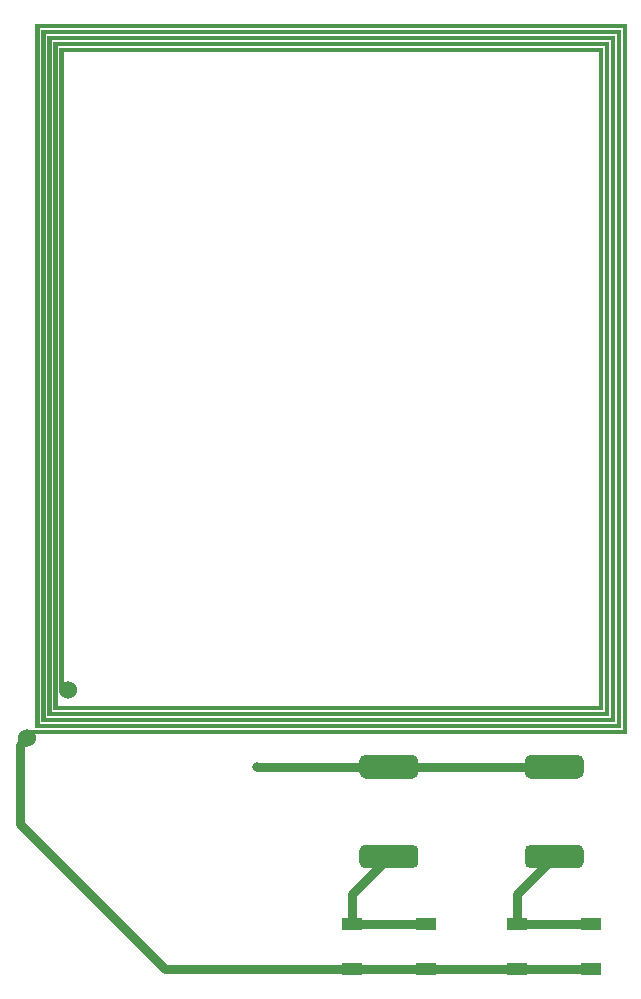
<source format=gbr>
%TF.GenerationSoftware,KiCad,Pcbnew,(5.1.9)-1*%
%TF.CreationDate,2021-05-18T18:47:27+08:00*%
%TF.ProjectId,MultiMifare,4d756c74-694d-4696-9661-72652e6b6963,rev?*%
%TF.SameCoordinates,Original*%
%TF.FileFunction,Copper,L1,Top*%
%TF.FilePolarity,Positive*%
%FSLAX46Y46*%
G04 Gerber Fmt 4.6, Leading zero omitted, Abs format (unit mm)*
G04 Created by KiCad (PCBNEW (5.1.9)-1) date 2021-05-18 18:47:27*
%MOMM*%
%LPD*%
G01*
G04 APERTURE LIST*
%TA.AperFunction,EtchedComponent*%
%ADD10C,0.010000*%
%TD*%
%TA.AperFunction,ComponentPad*%
%ADD11C,1.524000*%
%TD*%
%TA.AperFunction,SMDPad,CuDef*%
%ADD12R,1.700000X1.000000*%
%TD*%
%TA.AperFunction,ViaPad*%
%ADD13C,1.800000*%
%TD*%
%TA.AperFunction,ViaPad*%
%ADD14C,0.800000*%
%TD*%
%TA.AperFunction,Conductor*%
%ADD15C,0.762000*%
%TD*%
%ADD16C,0.350000*%
G04 APERTURE END LIST*
D10*
%TO.C,AE1*%
G36*
X177081272Y-86370896D02*
G01*
X177078625Y-56369791D01*
X152078145Y-56367143D01*
X127077666Y-56364495D01*
X127077666Y-115864000D01*
X176575920Y-115864000D01*
X176573272Y-86370896D01*
X176570625Y-56877791D01*
X152078145Y-56875143D01*
X127585666Y-56872495D01*
X127585666Y-115356000D01*
X176067920Y-115356000D01*
X176065272Y-86370896D01*
X176062625Y-57385791D01*
X152078145Y-57383143D01*
X128093666Y-57380495D01*
X128093666Y-114848000D01*
X175559920Y-114848000D01*
X175557272Y-86370896D01*
X175554625Y-57893791D01*
X152078145Y-57891143D01*
X128601666Y-57888495D01*
X128601666Y-114340000D01*
X175051920Y-114340000D01*
X175049272Y-86370896D01*
X175046625Y-58401791D01*
X152078145Y-58399143D01*
X129109666Y-58396495D01*
X129109666Y-112868916D01*
X129374250Y-112868916D01*
X129374250Y-58661083D01*
X174787333Y-58661083D01*
X174787333Y-114086000D01*
X128866250Y-114086000D01*
X128866250Y-58153083D01*
X175295333Y-58153083D01*
X175295333Y-114594000D01*
X128358250Y-114594000D01*
X128358250Y-57645083D01*
X175803333Y-57645083D01*
X175803333Y-115102000D01*
X127850250Y-115102000D01*
X127850250Y-57137083D01*
X176311333Y-57137083D01*
X176311333Y-115610000D01*
X127342250Y-115610000D01*
X127342250Y-56629083D01*
X176819333Y-56629083D01*
X176819333Y-116118000D01*
X126104000Y-116118000D01*
X126104000Y-116372000D01*
X177083920Y-116372000D01*
X177081272Y-86370896D01*
G37*
X177081272Y-86370896D02*
X177078625Y-56369791D01*
X152078145Y-56367143D01*
X127077666Y-56364495D01*
X127077666Y-115864000D01*
X176575920Y-115864000D01*
X176573272Y-86370896D01*
X176570625Y-56877791D01*
X152078145Y-56875143D01*
X127585666Y-56872495D01*
X127585666Y-115356000D01*
X176067920Y-115356000D01*
X176065272Y-86370896D01*
X176062625Y-57385791D01*
X152078145Y-57383143D01*
X128093666Y-57380495D01*
X128093666Y-114848000D01*
X175559920Y-114848000D01*
X175557272Y-86370896D01*
X175554625Y-57893791D01*
X152078145Y-57891143D01*
X128601666Y-57888495D01*
X128601666Y-114340000D01*
X175051920Y-114340000D01*
X175049272Y-86370896D01*
X175046625Y-58401791D01*
X152078145Y-58399143D01*
X129109666Y-58396495D01*
X129109666Y-112868916D01*
X129374250Y-112868916D01*
X129374250Y-58661083D01*
X174787333Y-58661083D01*
X174787333Y-114086000D01*
X128866250Y-114086000D01*
X128866250Y-58153083D01*
X175295333Y-58153083D01*
X175295333Y-114594000D01*
X128358250Y-114594000D01*
X128358250Y-57645083D01*
X175803333Y-57645083D01*
X175803333Y-115102000D01*
X127850250Y-115102000D01*
X127850250Y-57137083D01*
X176311333Y-57137083D01*
X176311333Y-115610000D01*
X127342250Y-115610000D01*
X127342250Y-56629083D01*
X176819333Y-56629083D01*
X176819333Y-116118000D01*
X126104000Y-116118000D01*
X126104000Y-116372000D01*
X177083920Y-116372000D01*
X177081272Y-86370896D01*
%TD*%
D11*
%TO.P,AE1,2*%
%TO.N,Net-(AE1-Pad2)*%
X129850000Y-112750000D03*
%TO.P,AE1,1*%
%TO.N,Net-(AE1-Pad1)*%
X126400000Y-116800000D03*
%TD*%
%TO.P,U2,2*%
%TO.N,Net-(SW2-Pad1)*%
%TA.AperFunction,SMDPad,CuDef*%
G36*
G01*
X155000000Y-125850000D02*
X159000000Y-125850000D01*
G75*
G02*
X159500000Y-126350000I0J-500000D01*
G01*
X159500000Y-127350000D01*
G75*
G02*
X159000000Y-127850000I-500000J0D01*
G01*
X155000000Y-127850000D01*
G75*
G02*
X154500000Y-127350000I0J500000D01*
G01*
X154500000Y-126350000D01*
G75*
G02*
X155000000Y-125850000I500000J0D01*
G01*
G37*
%TD.AperFunction*%
%TO.P,U2,1*%
%TO.N,Net-(AE1-Pad2)*%
%TA.AperFunction,SMDPad,CuDef*%
G36*
G01*
X155000000Y-118250000D02*
X159000000Y-118250000D01*
G75*
G02*
X159500000Y-118750000I0J-500000D01*
G01*
X159500000Y-119750000D01*
G75*
G02*
X159000000Y-120250000I-500000J0D01*
G01*
X155000000Y-120250000D01*
G75*
G02*
X154500000Y-119750000I0J500000D01*
G01*
X154500000Y-118750000D01*
G75*
G02*
X155000000Y-118250000I500000J0D01*
G01*
G37*
%TD.AperFunction*%
%TD*%
%TO.P,U1,2*%
%TO.N,Net-(SW1-Pad1)*%
%TA.AperFunction,SMDPad,CuDef*%
G36*
G01*
X169000000Y-125850000D02*
X173000000Y-125850000D01*
G75*
G02*
X173500000Y-126350000I0J-500000D01*
G01*
X173500000Y-127350000D01*
G75*
G02*
X173000000Y-127850000I-500000J0D01*
G01*
X169000000Y-127850000D01*
G75*
G02*
X168500000Y-127350000I0J500000D01*
G01*
X168500000Y-126350000D01*
G75*
G02*
X169000000Y-125850000I500000J0D01*
G01*
G37*
%TD.AperFunction*%
%TO.P,U1,1*%
%TO.N,Net-(AE1-Pad2)*%
%TA.AperFunction,SMDPad,CuDef*%
G36*
G01*
X169000000Y-118250000D02*
X173000000Y-118250000D01*
G75*
G02*
X173500000Y-118750000I0J-500000D01*
G01*
X173500000Y-119750000D01*
G75*
G02*
X173000000Y-120250000I-500000J0D01*
G01*
X169000000Y-120250000D01*
G75*
G02*
X168500000Y-119750000I0J500000D01*
G01*
X168500000Y-118750000D01*
G75*
G02*
X169000000Y-118250000I500000J0D01*
G01*
G37*
%TD.AperFunction*%
%TD*%
D12*
%TO.P,SW2,2*%
%TO.N,Net-(AE1-Pad1)*%
X160150000Y-136400000D03*
X153850000Y-136400000D03*
%TO.P,SW2,1*%
%TO.N,Net-(SW2-Pad1)*%
X160150000Y-132600000D03*
X153850000Y-132600000D03*
%TD*%
%TO.P,SW1,2*%
%TO.N,Net-(AE1-Pad1)*%
X174150000Y-136400000D03*
X167850000Y-136400000D03*
%TO.P,SW1,1*%
%TO.N,Net-(SW1-Pad1)*%
X174150000Y-132600000D03*
X167850000Y-132600000D03*
%TD*%
D13*
%TO.N,Net-(SW1-Pad1)*%
X172000000Y-126850000D03*
X170000000Y-126850000D03*
%TO.N,Net-(SW2-Pad1)*%
X156000000Y-126850000D03*
X158000000Y-126850000D03*
%TO.N,Net-(AE1-Pad2)*%
X172000000Y-119250000D03*
X170000000Y-119250000D03*
X158000000Y-119250000D03*
X156000000Y-119250000D03*
D14*
X145850000Y-119250000D03*
%TD*%
D15*
%TO.N,Net-(SW1-Pad1)*%
X174150000Y-132600000D02*
X167850000Y-132600000D01*
X167850000Y-130000000D02*
X171000000Y-126850000D01*
X167850000Y-132600000D02*
X167850000Y-130000000D01*
%TO.N,Net-(SW2-Pad1)*%
X160150000Y-132600000D02*
X153850000Y-132600000D01*
X153850000Y-130000000D02*
X157000000Y-126850000D01*
X153850000Y-132600000D02*
X153850000Y-130000000D01*
%TO.N,Net-(AE1-Pad1)*%
X174150000Y-136400000D02*
X167850000Y-136400000D01*
X167850000Y-136400000D02*
X160150000Y-136400000D01*
X160150000Y-136400000D02*
X153850000Y-136400000D01*
X125750000Y-117450000D02*
X126400000Y-116800000D01*
X125750000Y-124100000D02*
X125750000Y-117450000D01*
X138050000Y-136400000D02*
X125750000Y-124100000D01*
X153850000Y-136400000D02*
X138050000Y-136400000D01*
%TO.N,Net-(AE1-Pad2)*%
X171000000Y-119250000D02*
X157000000Y-119250000D01*
X157000000Y-119250000D02*
X145850000Y-119250000D01*
%TD*%
D16*
X172000000Y-126850000D03*
X170000000Y-126850000D03*
X156000000Y-126850000D03*
X158000000Y-126850000D03*
X172000000Y-119250000D03*
X170000000Y-119250000D03*
X158000000Y-119250000D03*
X156000000Y-119250000D03*
X145850000Y-119250000D03*
X129850000Y-112750000D03*
X126400000Y-116800000D03*
M02*

</source>
